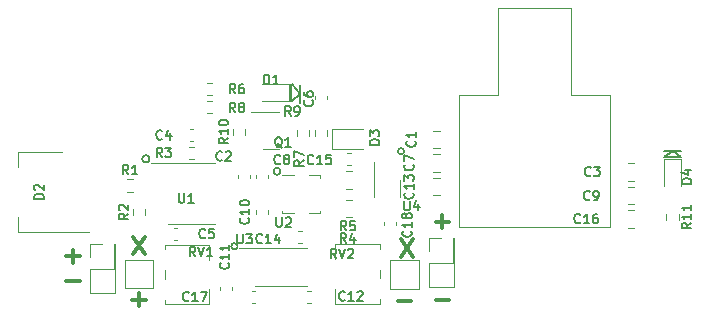
<source format=gto>
%TF.GenerationSoftware,KiCad,Pcbnew,(6.0.6)*%
%TF.CreationDate,2022-12-06T18:53:10+01:00*%
%TF.ProjectId,sa_amp,73615f61-6d70-42e6-9b69-6361645f7063,rev?*%
%TF.SameCoordinates,Original*%
%TF.FileFunction,Legend,Top*%
%TF.FilePolarity,Positive*%
%FSLAX46Y46*%
G04 Gerber Fmt 4.6, Leading zero omitted, Abs format (unit mm)*
G04 Created by KiCad (PCBNEW (6.0.6)) date 2022-12-06 18:53:10*
%MOMM*%
%LPD*%
G01*
G04 APERTURE LIST*
%ADD10C,0.150000*%
%ADD11C,0.375000*%
%ADD12C,0.200000*%
%ADD13C,0.120000*%
G04 APERTURE END LIST*
D10*
X157500000Y-106500000D02*
X158900000Y-106500000D01*
X158200000Y-106500000D02*
X157500000Y-107000000D01*
X158900000Y-107000000D02*
X158200000Y-106500000D01*
X157500000Y-107000000D02*
X158900000Y-107000000D01*
X125900000Y-100900000D02*
X125900000Y-102300000D01*
X125950000Y-102300000D02*
X126650000Y-101700000D01*
X126650000Y-102450000D02*
X126650000Y-100950000D01*
X113916228Y-107200000D02*
G75*
G03*
X113916228Y-107200000I-316228J0D01*
G01*
X121365530Y-114600000D02*
G75*
G03*
X121365530Y-114600000I-265530J0D01*
G01*
X135465530Y-106550000D02*
G75*
G03*
X135465530Y-106550000I-265530J0D01*
G01*
X126650000Y-101700000D02*
X125950000Y-100900000D01*
X125000000Y-108250000D02*
G75*
G03*
X125000000Y-108250000I-300000J0D01*
G01*
D11*
X112500000Y-113778571D02*
X113500000Y-115278571D01*
X113500000Y-113778571D02*
X112500000Y-115278571D01*
X106878571Y-115457142D02*
X108021428Y-115457142D01*
X107450000Y-116028571D02*
X107450000Y-114885714D01*
X138128571Y-119107142D02*
X139271428Y-119107142D01*
X138128571Y-112507142D02*
X139271428Y-112507142D01*
X138700000Y-113078571D02*
X138700000Y-111935714D01*
X112428571Y-119107142D02*
X113571428Y-119107142D01*
X113000000Y-119678571D02*
X113000000Y-118535714D01*
X135200000Y-113978571D02*
X136200000Y-115478571D01*
X136200000Y-113978571D02*
X135200000Y-115478571D01*
X106878571Y-117557142D02*
X108021428Y-117557142D01*
X134928571Y-119207142D02*
X136071428Y-119207142D01*
D12*
%TO.C,R11*%
X159761904Y-112614285D02*
X159380952Y-112880952D01*
X159761904Y-113071428D02*
X158961904Y-113071428D01*
X158961904Y-112766666D01*
X159000000Y-112690476D01*
X159038095Y-112652380D01*
X159114285Y-112614285D01*
X159228571Y-112614285D01*
X159304761Y-112652380D01*
X159342857Y-112690476D01*
X159380952Y-112766666D01*
X159380952Y-113071428D01*
X159761904Y-111852380D02*
X159761904Y-112309523D01*
X159761904Y-112080952D02*
X158961904Y-112080952D01*
X159076190Y-112157142D01*
X159152380Y-112233333D01*
X159190476Y-112309523D01*
X159761904Y-111090476D02*
X159761904Y-111547619D01*
X159761904Y-111319047D02*
X158961904Y-111319047D01*
X159076190Y-111395238D01*
X159152380Y-111471428D01*
X159190476Y-111547619D01*
%TO.C,D4*%
X159761904Y-109290476D02*
X158961904Y-109290476D01*
X158961904Y-109100000D01*
X159000000Y-108985714D01*
X159076190Y-108909523D01*
X159152380Y-108871428D01*
X159304761Y-108833333D01*
X159419047Y-108833333D01*
X159571428Y-108871428D01*
X159647619Y-108909523D01*
X159723809Y-108985714D01*
X159761904Y-109100000D01*
X159761904Y-109290476D01*
X159228571Y-108147619D02*
X159761904Y-108147619D01*
X158923809Y-108338095D02*
X159495238Y-108528571D01*
X159495238Y-108033333D01*
%TO.C,R1*%
X112116666Y-108511904D02*
X111850000Y-108130952D01*
X111659523Y-108511904D02*
X111659523Y-107711904D01*
X111964285Y-107711904D01*
X112040476Y-107750000D01*
X112078571Y-107788095D01*
X112116666Y-107864285D01*
X112116666Y-107978571D01*
X112078571Y-108054761D01*
X112040476Y-108092857D01*
X111964285Y-108130952D01*
X111659523Y-108130952D01*
X112878571Y-108511904D02*
X112421428Y-108511904D01*
X112650000Y-108511904D02*
X112650000Y-107711904D01*
X112573809Y-107826190D01*
X112497619Y-107902380D01*
X112421428Y-107940476D01*
%TO.C,R7*%
X126961904Y-107333333D02*
X126580952Y-107600000D01*
X126961904Y-107790476D02*
X126161904Y-107790476D01*
X126161904Y-107485714D01*
X126200000Y-107409523D01*
X126238095Y-107371428D01*
X126314285Y-107333333D01*
X126428571Y-107333333D01*
X126504761Y-107371428D01*
X126542857Y-107409523D01*
X126580952Y-107485714D01*
X126580952Y-107790476D01*
X126161904Y-107066666D02*
X126161904Y-106533333D01*
X126961904Y-106876190D01*
%TO.C,R9*%
X125866666Y-103561904D02*
X125600000Y-103180952D01*
X125409523Y-103561904D02*
X125409523Y-102761904D01*
X125714285Y-102761904D01*
X125790476Y-102800000D01*
X125828571Y-102838095D01*
X125866666Y-102914285D01*
X125866666Y-103028571D01*
X125828571Y-103104761D01*
X125790476Y-103142857D01*
X125714285Y-103180952D01*
X125409523Y-103180952D01*
X126247619Y-103561904D02*
X126400000Y-103561904D01*
X126476190Y-103523809D01*
X126514285Y-103485714D01*
X126590476Y-103371428D01*
X126628571Y-103219047D01*
X126628571Y-102914285D01*
X126590476Y-102838095D01*
X126552380Y-102800000D01*
X126476190Y-102761904D01*
X126323809Y-102761904D01*
X126247619Y-102800000D01*
X126209523Y-102838095D01*
X126171428Y-102914285D01*
X126171428Y-103104761D01*
X126209523Y-103180952D01*
X126247619Y-103219047D01*
X126323809Y-103257142D01*
X126476190Y-103257142D01*
X126552380Y-103219047D01*
X126590476Y-103180952D01*
X126628571Y-103104761D01*
%TO.C,C6*%
X127685714Y-102233333D02*
X127723809Y-102271428D01*
X127761904Y-102385714D01*
X127761904Y-102461904D01*
X127723809Y-102576190D01*
X127647619Y-102652380D01*
X127571428Y-102690476D01*
X127419047Y-102728571D01*
X127304761Y-102728571D01*
X127152380Y-102690476D01*
X127076190Y-102652380D01*
X127000000Y-102576190D01*
X126961904Y-102461904D01*
X126961904Y-102385714D01*
X127000000Y-102271428D01*
X127038095Y-102233333D01*
X126961904Y-101547619D02*
X126961904Y-101700000D01*
X127000000Y-101776190D01*
X127038095Y-101814285D01*
X127152380Y-101890476D01*
X127304761Y-101928571D01*
X127609523Y-101928571D01*
X127685714Y-101890476D01*
X127723809Y-101852380D01*
X127761904Y-101776190D01*
X127761904Y-101623809D01*
X127723809Y-101547619D01*
X127685714Y-101509523D01*
X127609523Y-101471428D01*
X127419047Y-101471428D01*
X127342857Y-101509523D01*
X127304761Y-101547619D01*
X127266666Y-101623809D01*
X127266666Y-101776190D01*
X127304761Y-101852380D01*
X127342857Y-101890476D01*
X127419047Y-101928571D01*
%TO.C,C3*%
X151266666Y-108585714D02*
X151228571Y-108623809D01*
X151114285Y-108661904D01*
X151038095Y-108661904D01*
X150923809Y-108623809D01*
X150847619Y-108547619D01*
X150809523Y-108471428D01*
X150771428Y-108319047D01*
X150771428Y-108204761D01*
X150809523Y-108052380D01*
X150847619Y-107976190D01*
X150923809Y-107900000D01*
X151038095Y-107861904D01*
X151114285Y-107861904D01*
X151228571Y-107900000D01*
X151266666Y-107938095D01*
X151533333Y-107861904D02*
X152028571Y-107861904D01*
X151761904Y-108166666D01*
X151876190Y-108166666D01*
X151952380Y-108204761D01*
X151990476Y-108242857D01*
X152028571Y-108319047D01*
X152028571Y-108509523D01*
X151990476Y-108585714D01*
X151952380Y-108623809D01*
X151876190Y-108661904D01*
X151647619Y-108661904D01*
X151571428Y-108623809D01*
X151533333Y-108585714D01*
%TO.C,RV1*%
X117773809Y-115461904D02*
X117507142Y-115080952D01*
X117316666Y-115461904D02*
X117316666Y-114661904D01*
X117621428Y-114661904D01*
X117697619Y-114700000D01*
X117735714Y-114738095D01*
X117773809Y-114814285D01*
X117773809Y-114928571D01*
X117735714Y-115004761D01*
X117697619Y-115042857D01*
X117621428Y-115080952D01*
X117316666Y-115080952D01*
X118002380Y-114661904D02*
X118269047Y-115461904D01*
X118535714Y-114661904D01*
X119221428Y-115461904D02*
X118764285Y-115461904D01*
X118992857Y-115461904D02*
X118992857Y-114661904D01*
X118916666Y-114776190D01*
X118840476Y-114852380D01*
X118764285Y-114890476D01*
%TO.C,C15*%
X127785714Y-107585714D02*
X127747619Y-107623809D01*
X127633333Y-107661904D01*
X127557142Y-107661904D01*
X127442857Y-107623809D01*
X127366666Y-107547619D01*
X127328571Y-107471428D01*
X127290476Y-107319047D01*
X127290476Y-107204761D01*
X127328571Y-107052380D01*
X127366666Y-106976190D01*
X127442857Y-106900000D01*
X127557142Y-106861904D01*
X127633333Y-106861904D01*
X127747619Y-106900000D01*
X127785714Y-106938095D01*
X128547619Y-107661904D02*
X128090476Y-107661904D01*
X128319047Y-107661904D02*
X128319047Y-106861904D01*
X128242857Y-106976190D01*
X128166666Y-107052380D01*
X128090476Y-107090476D01*
X129271428Y-106861904D02*
X128890476Y-106861904D01*
X128852380Y-107242857D01*
X128890476Y-107204761D01*
X128966666Y-107166666D01*
X129157142Y-107166666D01*
X129233333Y-107204761D01*
X129271428Y-107242857D01*
X129309523Y-107319047D01*
X129309523Y-107509523D01*
X129271428Y-107585714D01*
X129233333Y-107623809D01*
X129157142Y-107661904D01*
X128966666Y-107661904D01*
X128890476Y-107623809D01*
X128852380Y-107585714D01*
%TO.C,C12*%
X130435714Y-119135714D02*
X130397619Y-119173809D01*
X130283333Y-119211904D01*
X130207142Y-119211904D01*
X130092857Y-119173809D01*
X130016666Y-119097619D01*
X129978571Y-119021428D01*
X129940476Y-118869047D01*
X129940476Y-118754761D01*
X129978571Y-118602380D01*
X130016666Y-118526190D01*
X130092857Y-118450000D01*
X130207142Y-118411904D01*
X130283333Y-118411904D01*
X130397619Y-118450000D01*
X130435714Y-118488095D01*
X131197619Y-119211904D02*
X130740476Y-119211904D01*
X130969047Y-119211904D02*
X130969047Y-118411904D01*
X130892857Y-118526190D01*
X130816666Y-118602380D01*
X130740476Y-118640476D01*
X131502380Y-118488095D02*
X131540476Y-118450000D01*
X131616666Y-118411904D01*
X131807142Y-118411904D01*
X131883333Y-118450000D01*
X131921428Y-118488095D01*
X131959523Y-118564285D01*
X131959523Y-118640476D01*
X131921428Y-118754761D01*
X131464285Y-119211904D01*
X131959523Y-119211904D01*
%TO.C,D2*%
X104961904Y-110590476D02*
X104161904Y-110590476D01*
X104161904Y-110400000D01*
X104200000Y-110285714D01*
X104276190Y-110209523D01*
X104352380Y-110171428D01*
X104504761Y-110133333D01*
X104619047Y-110133333D01*
X104771428Y-110171428D01*
X104847619Y-110209523D01*
X104923809Y-110285714D01*
X104961904Y-110400000D01*
X104961904Y-110590476D01*
X104238095Y-109828571D02*
X104200000Y-109790476D01*
X104161904Y-109714285D01*
X104161904Y-109523809D01*
X104200000Y-109447619D01*
X104238095Y-109409523D01*
X104314285Y-109371428D01*
X104390476Y-109371428D01*
X104504761Y-109409523D01*
X104961904Y-109866666D01*
X104961904Y-109371428D01*
%TO.C,C2*%
X120066666Y-107285714D02*
X120028571Y-107323809D01*
X119914285Y-107361904D01*
X119838095Y-107361904D01*
X119723809Y-107323809D01*
X119647619Y-107247619D01*
X119609523Y-107171428D01*
X119571428Y-107019047D01*
X119571428Y-106904761D01*
X119609523Y-106752380D01*
X119647619Y-106676190D01*
X119723809Y-106600000D01*
X119838095Y-106561904D01*
X119914285Y-106561904D01*
X120028571Y-106600000D01*
X120066666Y-106638095D01*
X120371428Y-106638095D02*
X120409523Y-106600000D01*
X120485714Y-106561904D01*
X120676190Y-106561904D01*
X120752380Y-106600000D01*
X120790476Y-106638095D01*
X120828571Y-106714285D01*
X120828571Y-106790476D01*
X120790476Y-106904761D01*
X120333333Y-107361904D01*
X120828571Y-107361904D01*
%TO.C,C17*%
X117235714Y-119185714D02*
X117197619Y-119223809D01*
X117083333Y-119261904D01*
X117007142Y-119261904D01*
X116892857Y-119223809D01*
X116816666Y-119147619D01*
X116778571Y-119071428D01*
X116740476Y-118919047D01*
X116740476Y-118804761D01*
X116778571Y-118652380D01*
X116816666Y-118576190D01*
X116892857Y-118500000D01*
X117007142Y-118461904D01*
X117083333Y-118461904D01*
X117197619Y-118500000D01*
X117235714Y-118538095D01*
X117997619Y-119261904D02*
X117540476Y-119261904D01*
X117769047Y-119261904D02*
X117769047Y-118461904D01*
X117692857Y-118576190D01*
X117616666Y-118652380D01*
X117540476Y-118690476D01*
X118264285Y-118461904D02*
X118797619Y-118461904D01*
X118454761Y-119261904D01*
%TO.C,R4*%
X130566666Y-114311904D02*
X130300000Y-113930952D01*
X130109523Y-114311904D02*
X130109523Y-113511904D01*
X130414285Y-113511904D01*
X130490476Y-113550000D01*
X130528571Y-113588095D01*
X130566666Y-113664285D01*
X130566666Y-113778571D01*
X130528571Y-113854761D01*
X130490476Y-113892857D01*
X130414285Y-113930952D01*
X130109523Y-113930952D01*
X131252380Y-113778571D02*
X131252380Y-114311904D01*
X131061904Y-113473809D02*
X130871428Y-114045238D01*
X131366666Y-114045238D01*
%TO.C,D3*%
X133361904Y-105990476D02*
X132561904Y-105990476D01*
X132561904Y-105800000D01*
X132600000Y-105685714D01*
X132676190Y-105609523D01*
X132752380Y-105571428D01*
X132904761Y-105533333D01*
X133019047Y-105533333D01*
X133171428Y-105571428D01*
X133247619Y-105609523D01*
X133323809Y-105685714D01*
X133361904Y-105800000D01*
X133361904Y-105990476D01*
X132561904Y-105266666D02*
X132561904Y-104771428D01*
X132866666Y-105038095D01*
X132866666Y-104923809D01*
X132904761Y-104847619D01*
X132942857Y-104809523D01*
X133019047Y-104771428D01*
X133209523Y-104771428D01*
X133285714Y-104809523D01*
X133323809Y-104847619D01*
X133361904Y-104923809D01*
X133361904Y-105152380D01*
X133323809Y-105228571D01*
X133285714Y-105266666D01*
%TO.C,C13*%
X136185714Y-110064285D02*
X136223809Y-110102380D01*
X136261904Y-110216666D01*
X136261904Y-110292857D01*
X136223809Y-110407142D01*
X136147619Y-110483333D01*
X136071428Y-110521428D01*
X135919047Y-110559523D01*
X135804761Y-110559523D01*
X135652380Y-110521428D01*
X135576190Y-110483333D01*
X135500000Y-110407142D01*
X135461904Y-110292857D01*
X135461904Y-110216666D01*
X135500000Y-110102380D01*
X135538095Y-110064285D01*
X136261904Y-109302380D02*
X136261904Y-109759523D01*
X136261904Y-109530952D02*
X135461904Y-109530952D01*
X135576190Y-109607142D01*
X135652380Y-109683333D01*
X135690476Y-109759523D01*
X135461904Y-109035714D02*
X135461904Y-108540476D01*
X135766666Y-108807142D01*
X135766666Y-108692857D01*
X135804761Y-108616666D01*
X135842857Y-108578571D01*
X135919047Y-108540476D01*
X136109523Y-108540476D01*
X136185714Y-108578571D01*
X136223809Y-108616666D01*
X136261904Y-108692857D01*
X136261904Y-108921428D01*
X136223809Y-108997619D01*
X136185714Y-109035714D01*
%TO.C,R6*%
X121166666Y-101661904D02*
X120900000Y-101280952D01*
X120709523Y-101661904D02*
X120709523Y-100861904D01*
X121014285Y-100861904D01*
X121090476Y-100900000D01*
X121128571Y-100938095D01*
X121166666Y-101014285D01*
X121166666Y-101128571D01*
X121128571Y-101204761D01*
X121090476Y-101242857D01*
X121014285Y-101280952D01*
X120709523Y-101280952D01*
X121852380Y-100861904D02*
X121700000Y-100861904D01*
X121623809Y-100900000D01*
X121585714Y-100938095D01*
X121509523Y-101052380D01*
X121471428Y-101204761D01*
X121471428Y-101509523D01*
X121509523Y-101585714D01*
X121547619Y-101623809D01*
X121623809Y-101661904D01*
X121776190Y-101661904D01*
X121852380Y-101623809D01*
X121890476Y-101585714D01*
X121928571Y-101509523D01*
X121928571Y-101319047D01*
X121890476Y-101242857D01*
X121852380Y-101204761D01*
X121776190Y-101166666D01*
X121623809Y-101166666D01*
X121547619Y-101204761D01*
X121509523Y-101242857D01*
X121471428Y-101319047D01*
%TO.C,RV2*%
X129723809Y-115611904D02*
X129457142Y-115230952D01*
X129266666Y-115611904D02*
X129266666Y-114811904D01*
X129571428Y-114811904D01*
X129647619Y-114850000D01*
X129685714Y-114888095D01*
X129723809Y-114964285D01*
X129723809Y-115078571D01*
X129685714Y-115154761D01*
X129647619Y-115192857D01*
X129571428Y-115230952D01*
X129266666Y-115230952D01*
X129952380Y-114811904D02*
X130219047Y-115611904D01*
X130485714Y-114811904D01*
X130714285Y-114888095D02*
X130752380Y-114850000D01*
X130828571Y-114811904D01*
X131019047Y-114811904D01*
X131095238Y-114850000D01*
X131133333Y-114888095D01*
X131171428Y-114964285D01*
X131171428Y-115040476D01*
X131133333Y-115154761D01*
X130676190Y-115611904D01*
X131171428Y-115611904D01*
%TO.C,D1*%
X123609523Y-100861904D02*
X123609523Y-100061904D01*
X123800000Y-100061904D01*
X123914285Y-100100000D01*
X123990476Y-100176190D01*
X124028571Y-100252380D01*
X124066666Y-100404761D01*
X124066666Y-100519047D01*
X124028571Y-100671428D01*
X123990476Y-100747619D01*
X123914285Y-100823809D01*
X123800000Y-100861904D01*
X123609523Y-100861904D01*
X124828571Y-100861904D02*
X124371428Y-100861904D01*
X124600000Y-100861904D02*
X124600000Y-100061904D01*
X124523809Y-100176190D01*
X124447619Y-100252380D01*
X124371428Y-100290476D01*
%TO.C,C10*%
X122285714Y-112214285D02*
X122323809Y-112252380D01*
X122361904Y-112366666D01*
X122361904Y-112442857D01*
X122323809Y-112557142D01*
X122247619Y-112633333D01*
X122171428Y-112671428D01*
X122019047Y-112709523D01*
X121904761Y-112709523D01*
X121752380Y-112671428D01*
X121676190Y-112633333D01*
X121600000Y-112557142D01*
X121561904Y-112442857D01*
X121561904Y-112366666D01*
X121600000Y-112252380D01*
X121638095Y-112214285D01*
X122361904Y-111452380D02*
X122361904Y-111909523D01*
X122361904Y-111680952D02*
X121561904Y-111680952D01*
X121676190Y-111757142D01*
X121752380Y-111833333D01*
X121790476Y-111909523D01*
X121561904Y-110957142D02*
X121561904Y-110880952D01*
X121600000Y-110804761D01*
X121638095Y-110766666D01*
X121714285Y-110728571D01*
X121866666Y-110690476D01*
X122057142Y-110690476D01*
X122209523Y-110728571D01*
X122285714Y-110766666D01*
X122323809Y-110804761D01*
X122361904Y-110880952D01*
X122361904Y-110957142D01*
X122323809Y-111033333D01*
X122285714Y-111071428D01*
X122209523Y-111109523D01*
X122057142Y-111147619D01*
X121866666Y-111147619D01*
X121714285Y-111109523D01*
X121638095Y-111071428D01*
X121600000Y-111033333D01*
X121561904Y-110957142D01*
%TO.C,U1*%
X116390476Y-110111904D02*
X116390476Y-110759523D01*
X116428571Y-110835714D01*
X116466666Y-110873809D01*
X116542857Y-110911904D01*
X116695238Y-110911904D01*
X116771428Y-110873809D01*
X116809523Y-110835714D01*
X116847619Y-110759523D01*
X116847619Y-110111904D01*
X117647619Y-110911904D02*
X117190476Y-110911904D01*
X117419047Y-110911904D02*
X117419047Y-110111904D01*
X117342857Y-110226190D01*
X117266666Y-110302380D01*
X117190476Y-110340476D01*
%TO.C,C11*%
X120585714Y-116014285D02*
X120623809Y-116052380D01*
X120661904Y-116166666D01*
X120661904Y-116242857D01*
X120623809Y-116357142D01*
X120547619Y-116433333D01*
X120471428Y-116471428D01*
X120319047Y-116509523D01*
X120204761Y-116509523D01*
X120052380Y-116471428D01*
X119976190Y-116433333D01*
X119900000Y-116357142D01*
X119861904Y-116242857D01*
X119861904Y-116166666D01*
X119900000Y-116052380D01*
X119938095Y-116014285D01*
X120661904Y-115252380D02*
X120661904Y-115709523D01*
X120661904Y-115480952D02*
X119861904Y-115480952D01*
X119976190Y-115557142D01*
X120052380Y-115633333D01*
X120090476Y-115709523D01*
X120661904Y-114490476D02*
X120661904Y-114947619D01*
X120661904Y-114719047D02*
X119861904Y-114719047D01*
X119976190Y-114795238D01*
X120052380Y-114871428D01*
X120090476Y-114947619D01*
%TO.C,C4*%
X114979166Y-105485714D02*
X114941071Y-105523809D01*
X114826785Y-105561904D01*
X114750595Y-105561904D01*
X114636309Y-105523809D01*
X114560119Y-105447619D01*
X114522023Y-105371428D01*
X114483928Y-105219047D01*
X114483928Y-105104761D01*
X114522023Y-104952380D01*
X114560119Y-104876190D01*
X114636309Y-104800000D01*
X114750595Y-104761904D01*
X114826785Y-104761904D01*
X114941071Y-104800000D01*
X114979166Y-104838095D01*
X115664880Y-105028571D02*
X115664880Y-105561904D01*
X115474404Y-104723809D02*
X115283928Y-105295238D01*
X115779166Y-105295238D01*
%TO.C,R10*%
X120561904Y-105414285D02*
X120180952Y-105680952D01*
X120561904Y-105871428D02*
X119761904Y-105871428D01*
X119761904Y-105566666D01*
X119800000Y-105490476D01*
X119838095Y-105452380D01*
X119914285Y-105414285D01*
X120028571Y-105414285D01*
X120104761Y-105452380D01*
X120142857Y-105490476D01*
X120180952Y-105566666D01*
X120180952Y-105871428D01*
X120561904Y-104652380D02*
X120561904Y-105109523D01*
X120561904Y-104880952D02*
X119761904Y-104880952D01*
X119876190Y-104957142D01*
X119952380Y-105033333D01*
X119990476Y-105109523D01*
X119761904Y-104157142D02*
X119761904Y-104080952D01*
X119800000Y-104004761D01*
X119838095Y-103966666D01*
X119914285Y-103928571D01*
X120066666Y-103890476D01*
X120257142Y-103890476D01*
X120409523Y-103928571D01*
X120485714Y-103966666D01*
X120523809Y-104004761D01*
X120561904Y-104080952D01*
X120561904Y-104157142D01*
X120523809Y-104233333D01*
X120485714Y-104271428D01*
X120409523Y-104309523D01*
X120257142Y-104347619D01*
X120066666Y-104347619D01*
X119914285Y-104309523D01*
X119838095Y-104271428D01*
X119800000Y-104233333D01*
X119761904Y-104157142D01*
%TO.C,C5*%
X118616666Y-113835714D02*
X118578571Y-113873809D01*
X118464285Y-113911904D01*
X118388095Y-113911904D01*
X118273809Y-113873809D01*
X118197619Y-113797619D01*
X118159523Y-113721428D01*
X118121428Y-113569047D01*
X118121428Y-113454761D01*
X118159523Y-113302380D01*
X118197619Y-113226190D01*
X118273809Y-113150000D01*
X118388095Y-113111904D01*
X118464285Y-113111904D01*
X118578571Y-113150000D01*
X118616666Y-113188095D01*
X119340476Y-113111904D02*
X118959523Y-113111904D01*
X118921428Y-113492857D01*
X118959523Y-113454761D01*
X119035714Y-113416666D01*
X119226190Y-113416666D01*
X119302380Y-113454761D01*
X119340476Y-113492857D01*
X119378571Y-113569047D01*
X119378571Y-113759523D01*
X119340476Y-113835714D01*
X119302380Y-113873809D01*
X119226190Y-113911904D01*
X119035714Y-113911904D01*
X118959523Y-113873809D01*
X118921428Y-113835714D01*
%TO.C,C1*%
X136385714Y-105683333D02*
X136423809Y-105721428D01*
X136461904Y-105835714D01*
X136461904Y-105911904D01*
X136423809Y-106026190D01*
X136347619Y-106102380D01*
X136271428Y-106140476D01*
X136119047Y-106178571D01*
X136004761Y-106178571D01*
X135852380Y-106140476D01*
X135776190Y-106102380D01*
X135700000Y-106026190D01*
X135661904Y-105911904D01*
X135661904Y-105835714D01*
X135700000Y-105721428D01*
X135738095Y-105683333D01*
X136461904Y-104921428D02*
X136461904Y-105378571D01*
X136461904Y-105150000D02*
X135661904Y-105150000D01*
X135776190Y-105226190D01*
X135852380Y-105302380D01*
X135890476Y-105378571D01*
%TO.C,C18*%
X136035714Y-113314285D02*
X136073809Y-113352380D01*
X136111904Y-113466666D01*
X136111904Y-113542857D01*
X136073809Y-113657142D01*
X135997619Y-113733333D01*
X135921428Y-113771428D01*
X135769047Y-113809523D01*
X135654761Y-113809523D01*
X135502380Y-113771428D01*
X135426190Y-113733333D01*
X135350000Y-113657142D01*
X135311904Y-113542857D01*
X135311904Y-113466666D01*
X135350000Y-113352380D01*
X135388095Y-113314285D01*
X136111904Y-112552380D02*
X136111904Y-113009523D01*
X136111904Y-112780952D02*
X135311904Y-112780952D01*
X135426190Y-112857142D01*
X135502380Y-112933333D01*
X135540476Y-113009523D01*
X135654761Y-112095238D02*
X135616666Y-112171428D01*
X135578571Y-112209523D01*
X135502380Y-112247619D01*
X135464285Y-112247619D01*
X135388095Y-112209523D01*
X135350000Y-112171428D01*
X135311904Y-112095238D01*
X135311904Y-111942857D01*
X135350000Y-111866666D01*
X135388095Y-111828571D01*
X135464285Y-111790476D01*
X135502380Y-111790476D01*
X135578571Y-111828571D01*
X135616666Y-111866666D01*
X135654761Y-111942857D01*
X135654761Y-112095238D01*
X135692857Y-112171428D01*
X135730952Y-112209523D01*
X135807142Y-112247619D01*
X135959523Y-112247619D01*
X136035714Y-112209523D01*
X136073809Y-112171428D01*
X136111904Y-112095238D01*
X136111904Y-111942857D01*
X136073809Y-111866666D01*
X136035714Y-111828571D01*
X135959523Y-111790476D01*
X135807142Y-111790476D01*
X135730952Y-111828571D01*
X135692857Y-111866666D01*
X135654761Y-111942857D01*
%TO.C,U2*%
X124640476Y-112161904D02*
X124640476Y-112809523D01*
X124678571Y-112885714D01*
X124716666Y-112923809D01*
X124792857Y-112961904D01*
X124945238Y-112961904D01*
X125021428Y-112923809D01*
X125059523Y-112885714D01*
X125097619Y-112809523D01*
X125097619Y-112161904D01*
X125440476Y-112238095D02*
X125478571Y-112200000D01*
X125554761Y-112161904D01*
X125745238Y-112161904D01*
X125821428Y-112200000D01*
X125859523Y-112238095D01*
X125897619Y-112314285D01*
X125897619Y-112390476D01*
X125859523Y-112504761D01*
X125402380Y-112961904D01*
X125897619Y-112961904D01*
%TO.C,U4*%
X135490476Y-110761904D02*
X135490476Y-111409523D01*
X135528571Y-111485714D01*
X135566666Y-111523809D01*
X135642857Y-111561904D01*
X135795238Y-111561904D01*
X135871428Y-111523809D01*
X135909523Y-111485714D01*
X135947619Y-111409523D01*
X135947619Y-110761904D01*
X136671428Y-111028571D02*
X136671428Y-111561904D01*
X136480952Y-110723809D02*
X136290476Y-111295238D01*
X136785714Y-111295238D01*
%TO.C,C9*%
X151166666Y-110635714D02*
X151128571Y-110673809D01*
X151014285Y-110711904D01*
X150938095Y-110711904D01*
X150823809Y-110673809D01*
X150747619Y-110597619D01*
X150709523Y-110521428D01*
X150671428Y-110369047D01*
X150671428Y-110254761D01*
X150709523Y-110102380D01*
X150747619Y-110026190D01*
X150823809Y-109950000D01*
X150938095Y-109911904D01*
X151014285Y-109911904D01*
X151128571Y-109950000D01*
X151166666Y-109988095D01*
X151547619Y-110711904D02*
X151700000Y-110711904D01*
X151776190Y-110673809D01*
X151814285Y-110635714D01*
X151890476Y-110521428D01*
X151928571Y-110369047D01*
X151928571Y-110064285D01*
X151890476Y-109988095D01*
X151852380Y-109950000D01*
X151776190Y-109911904D01*
X151623809Y-109911904D01*
X151547619Y-109950000D01*
X151509523Y-109988095D01*
X151471428Y-110064285D01*
X151471428Y-110254761D01*
X151509523Y-110330952D01*
X151547619Y-110369047D01*
X151623809Y-110407142D01*
X151776190Y-110407142D01*
X151852380Y-110369047D01*
X151890476Y-110330952D01*
X151928571Y-110254761D01*
%TO.C,Q1*%
X125123809Y-106238095D02*
X125047619Y-106200000D01*
X124971428Y-106123809D01*
X124857142Y-106009523D01*
X124780952Y-105971428D01*
X124704761Y-105971428D01*
X124742857Y-106161904D02*
X124666666Y-106123809D01*
X124590476Y-106047619D01*
X124552380Y-105895238D01*
X124552380Y-105628571D01*
X124590476Y-105476190D01*
X124666666Y-105400000D01*
X124742857Y-105361904D01*
X124895238Y-105361904D01*
X124971428Y-105400000D01*
X125047619Y-105476190D01*
X125085714Y-105628571D01*
X125085714Y-105895238D01*
X125047619Y-106047619D01*
X124971428Y-106123809D01*
X124895238Y-106161904D01*
X124742857Y-106161904D01*
X125847619Y-106161904D02*
X125390476Y-106161904D01*
X125619047Y-106161904D02*
X125619047Y-105361904D01*
X125542857Y-105476190D01*
X125466666Y-105552380D01*
X125390476Y-105590476D01*
%TO.C,C8*%
X124966666Y-107585714D02*
X124928571Y-107623809D01*
X124814285Y-107661904D01*
X124738095Y-107661904D01*
X124623809Y-107623809D01*
X124547619Y-107547619D01*
X124509523Y-107471428D01*
X124471428Y-107319047D01*
X124471428Y-107204761D01*
X124509523Y-107052380D01*
X124547619Y-106976190D01*
X124623809Y-106900000D01*
X124738095Y-106861904D01*
X124814285Y-106861904D01*
X124928571Y-106900000D01*
X124966666Y-106938095D01*
X125423809Y-107204761D02*
X125347619Y-107166666D01*
X125309523Y-107128571D01*
X125271428Y-107052380D01*
X125271428Y-107014285D01*
X125309523Y-106938095D01*
X125347619Y-106900000D01*
X125423809Y-106861904D01*
X125576190Y-106861904D01*
X125652380Y-106900000D01*
X125690476Y-106938095D01*
X125728571Y-107014285D01*
X125728571Y-107052380D01*
X125690476Y-107128571D01*
X125652380Y-107166666D01*
X125576190Y-107204761D01*
X125423809Y-107204761D01*
X125347619Y-107242857D01*
X125309523Y-107280952D01*
X125271428Y-107357142D01*
X125271428Y-107509523D01*
X125309523Y-107585714D01*
X125347619Y-107623809D01*
X125423809Y-107661904D01*
X125576190Y-107661904D01*
X125652380Y-107623809D01*
X125690476Y-107585714D01*
X125728571Y-107509523D01*
X125728571Y-107357142D01*
X125690476Y-107280952D01*
X125652380Y-107242857D01*
X125576190Y-107204761D01*
%TO.C,C14*%
X123435714Y-114285714D02*
X123397619Y-114323809D01*
X123283333Y-114361904D01*
X123207142Y-114361904D01*
X123092857Y-114323809D01*
X123016666Y-114247619D01*
X122978571Y-114171428D01*
X122940476Y-114019047D01*
X122940476Y-113904761D01*
X122978571Y-113752380D01*
X123016666Y-113676190D01*
X123092857Y-113600000D01*
X123207142Y-113561904D01*
X123283333Y-113561904D01*
X123397619Y-113600000D01*
X123435714Y-113638095D01*
X124197619Y-114361904D02*
X123740476Y-114361904D01*
X123969047Y-114361904D02*
X123969047Y-113561904D01*
X123892857Y-113676190D01*
X123816666Y-113752380D01*
X123740476Y-113790476D01*
X124883333Y-113828571D02*
X124883333Y-114361904D01*
X124692857Y-113523809D02*
X124502380Y-114095238D01*
X124997619Y-114095238D01*
%TO.C,C7*%
X136185714Y-107683333D02*
X136223809Y-107721428D01*
X136261904Y-107835714D01*
X136261904Y-107911904D01*
X136223809Y-108026190D01*
X136147619Y-108102380D01*
X136071428Y-108140476D01*
X135919047Y-108178571D01*
X135804761Y-108178571D01*
X135652380Y-108140476D01*
X135576190Y-108102380D01*
X135500000Y-108026190D01*
X135461904Y-107911904D01*
X135461904Y-107835714D01*
X135500000Y-107721428D01*
X135538095Y-107683333D01*
X135461904Y-107416666D02*
X135461904Y-106883333D01*
X136261904Y-107226190D01*
%TO.C,R8*%
X121166666Y-103261904D02*
X120900000Y-102880952D01*
X120709523Y-103261904D02*
X120709523Y-102461904D01*
X121014285Y-102461904D01*
X121090476Y-102500000D01*
X121128571Y-102538095D01*
X121166666Y-102614285D01*
X121166666Y-102728571D01*
X121128571Y-102804761D01*
X121090476Y-102842857D01*
X121014285Y-102880952D01*
X120709523Y-102880952D01*
X121623809Y-102804761D02*
X121547619Y-102766666D01*
X121509523Y-102728571D01*
X121471428Y-102652380D01*
X121471428Y-102614285D01*
X121509523Y-102538095D01*
X121547619Y-102500000D01*
X121623809Y-102461904D01*
X121776190Y-102461904D01*
X121852380Y-102500000D01*
X121890476Y-102538095D01*
X121928571Y-102614285D01*
X121928571Y-102652380D01*
X121890476Y-102728571D01*
X121852380Y-102766666D01*
X121776190Y-102804761D01*
X121623809Y-102804761D01*
X121547619Y-102842857D01*
X121509523Y-102880952D01*
X121471428Y-102957142D01*
X121471428Y-103109523D01*
X121509523Y-103185714D01*
X121547619Y-103223809D01*
X121623809Y-103261904D01*
X121776190Y-103261904D01*
X121852380Y-103223809D01*
X121890476Y-103185714D01*
X121928571Y-103109523D01*
X121928571Y-102957142D01*
X121890476Y-102880952D01*
X121852380Y-102842857D01*
X121776190Y-102804761D01*
%TO.C,R2*%
X112124404Y-111833333D02*
X111743452Y-112100000D01*
X112124404Y-112290476D02*
X111324404Y-112290476D01*
X111324404Y-111985714D01*
X111362500Y-111909523D01*
X111400595Y-111871428D01*
X111476785Y-111833333D01*
X111591071Y-111833333D01*
X111667261Y-111871428D01*
X111705357Y-111909523D01*
X111743452Y-111985714D01*
X111743452Y-112290476D01*
X111400595Y-111528571D02*
X111362500Y-111490476D01*
X111324404Y-111414285D01*
X111324404Y-111223809D01*
X111362500Y-111147619D01*
X111400595Y-111109523D01*
X111476785Y-111071428D01*
X111552976Y-111071428D01*
X111667261Y-111109523D01*
X112124404Y-111566666D01*
X112124404Y-111071428D01*
%TO.C,C16*%
X150385714Y-112585714D02*
X150347619Y-112623809D01*
X150233333Y-112661904D01*
X150157142Y-112661904D01*
X150042857Y-112623809D01*
X149966666Y-112547619D01*
X149928571Y-112471428D01*
X149890476Y-112319047D01*
X149890476Y-112204761D01*
X149928571Y-112052380D01*
X149966666Y-111976190D01*
X150042857Y-111900000D01*
X150157142Y-111861904D01*
X150233333Y-111861904D01*
X150347619Y-111900000D01*
X150385714Y-111938095D01*
X151147619Y-112661904D02*
X150690476Y-112661904D01*
X150919047Y-112661904D02*
X150919047Y-111861904D01*
X150842857Y-111976190D01*
X150766666Y-112052380D01*
X150690476Y-112090476D01*
X151833333Y-111861904D02*
X151680952Y-111861904D01*
X151604761Y-111900000D01*
X151566666Y-111938095D01*
X151490476Y-112052380D01*
X151452380Y-112204761D01*
X151452380Y-112509523D01*
X151490476Y-112585714D01*
X151528571Y-112623809D01*
X151604761Y-112661904D01*
X151757142Y-112661904D01*
X151833333Y-112623809D01*
X151871428Y-112585714D01*
X151909523Y-112509523D01*
X151909523Y-112319047D01*
X151871428Y-112242857D01*
X151833333Y-112204761D01*
X151757142Y-112166666D01*
X151604761Y-112166666D01*
X151528571Y-112204761D01*
X151490476Y-112242857D01*
X151452380Y-112319047D01*
%TO.C,U3*%
X121340476Y-113561904D02*
X121340476Y-114209523D01*
X121378571Y-114285714D01*
X121416666Y-114323809D01*
X121492857Y-114361904D01*
X121645238Y-114361904D01*
X121721428Y-114323809D01*
X121759523Y-114285714D01*
X121797619Y-114209523D01*
X121797619Y-113561904D01*
X122102380Y-113561904D02*
X122597619Y-113561904D01*
X122330952Y-113866666D01*
X122445238Y-113866666D01*
X122521428Y-113904761D01*
X122559523Y-113942857D01*
X122597619Y-114019047D01*
X122597619Y-114209523D01*
X122559523Y-114285714D01*
X122521428Y-114323809D01*
X122445238Y-114361904D01*
X122216666Y-114361904D01*
X122140476Y-114323809D01*
X122102380Y-114285714D01*
%TO.C,R5*%
X130566666Y-113261904D02*
X130300000Y-112880952D01*
X130109523Y-113261904D02*
X130109523Y-112461904D01*
X130414285Y-112461904D01*
X130490476Y-112500000D01*
X130528571Y-112538095D01*
X130566666Y-112614285D01*
X130566666Y-112728571D01*
X130528571Y-112804761D01*
X130490476Y-112842857D01*
X130414285Y-112880952D01*
X130109523Y-112880952D01*
X131290476Y-112461904D02*
X130909523Y-112461904D01*
X130871428Y-112842857D01*
X130909523Y-112804761D01*
X130985714Y-112766666D01*
X131176190Y-112766666D01*
X131252380Y-112804761D01*
X131290476Y-112842857D01*
X131328571Y-112919047D01*
X131328571Y-113109523D01*
X131290476Y-113185714D01*
X131252380Y-113223809D01*
X131176190Y-113261904D01*
X130985714Y-113261904D01*
X130909523Y-113223809D01*
X130871428Y-113185714D01*
%TO.C,R3*%
X114979166Y-107061904D02*
X114712500Y-106680952D01*
X114522023Y-107061904D02*
X114522023Y-106261904D01*
X114826785Y-106261904D01*
X114902976Y-106300000D01*
X114941071Y-106338095D01*
X114979166Y-106414285D01*
X114979166Y-106528571D01*
X114941071Y-106604761D01*
X114902976Y-106642857D01*
X114826785Y-106680952D01*
X114522023Y-106680952D01*
X115245833Y-106261904D02*
X115741071Y-106261904D01*
X115474404Y-106566666D01*
X115588690Y-106566666D01*
X115664880Y-106604761D01*
X115702976Y-106642857D01*
X115741071Y-106719047D01*
X115741071Y-106909523D01*
X115702976Y-106985714D01*
X115664880Y-107023809D01*
X115588690Y-107061904D01*
X115360119Y-107061904D01*
X115283928Y-107023809D01*
X115245833Y-106985714D01*
D13*
%TO.C,R11*%
X157677500Y-111862742D02*
X157677500Y-112337258D01*
X158722500Y-111862742D02*
X158722500Y-112337258D01*
%TO.C,D4*%
X157465000Y-107215000D02*
X157465000Y-109500000D01*
X158935000Y-107215000D02*
X157465000Y-107215000D01*
X158935000Y-109500000D02*
X158935000Y-107215000D01*
%TO.C,R1*%
X112025242Y-108927500D02*
X112499758Y-108927500D01*
X112025242Y-109972500D02*
X112499758Y-109972500D01*
%TO.C,R7*%
X128922500Y-105237258D02*
X128922500Y-104762742D01*
X127877500Y-105237258D02*
X127877500Y-104762742D01*
%TO.C,R9*%
X127422500Y-104762742D02*
X127422500Y-105237258D01*
X126377500Y-104762742D02*
X126377500Y-105237258D01*
%TO.C,C6*%
X128910000Y-102140580D02*
X128910000Y-101859420D01*
X127890000Y-102140580D02*
X127890000Y-101859420D01*
%TO.C,C3*%
X154961252Y-109035000D02*
X154438748Y-109035000D01*
X154961252Y-107565000D02*
X154438748Y-107565000D01*
%TO.C,RV1*%
X115242500Y-119520000D02*
X118982500Y-119520000D01*
X115242500Y-114480000D02*
X118982500Y-114480000D01*
X118982500Y-115760000D02*
X118982500Y-114480000D01*
X115242500Y-119520000D02*
X115242500Y-119140000D01*
X118982500Y-119520000D02*
X118982500Y-118240000D01*
X115242500Y-114860000D02*
X115242500Y-114480000D01*
X115242500Y-117360000D02*
X115242500Y-116640000D01*
%TO.C,C15*%
X130940580Y-106740000D02*
X130659420Y-106740000D01*
X130940580Y-107760000D02*
X130659420Y-107760000D01*
%TO.C,C12*%
X127271920Y-119410000D02*
X127553080Y-119410000D01*
X127271920Y-118390000D02*
X127553080Y-118390000D01*
%TO.C,D2*%
X102740000Y-113410000D02*
X102740000Y-112150000D01*
X106500000Y-106590000D02*
X102740000Y-106590000D01*
X102740000Y-106590000D02*
X102740000Y-107850000D01*
X108750000Y-113410000D02*
X102740000Y-113410000D01*
%TO.C,C2*%
X122422500Y-108840580D02*
X122422500Y-108559420D01*
X121402500Y-108840580D02*
X121402500Y-108559420D01*
%TO.C,C17*%
X122853080Y-119410000D02*
X122571920Y-119410000D01*
X122853080Y-118390000D02*
X122571920Y-118390000D01*
%TO.C,BT1*%
X137540000Y-116000000D02*
X139600000Y-116000000D01*
X139600000Y-113940000D02*
X139660000Y-113940000D01*
X137540000Y-113940000D02*
X138600000Y-113940000D01*
X137540000Y-118060000D02*
X139660000Y-118060000D01*
X139600000Y-116000000D02*
X139600000Y-113940000D01*
X137540000Y-115000000D02*
X137540000Y-113940000D01*
X137540000Y-118060000D02*
X137540000Y-116000000D01*
X139660000Y-118060000D02*
X139660000Y-113940000D01*
%TO.C,R4*%
X130572936Y-112135000D02*
X131027064Y-112135000D01*
X130572936Y-110665000D02*
X131027064Y-110665000D01*
%TO.C,D3*%
X129400000Y-104650000D02*
X129400000Y-106350000D01*
X129400000Y-104650000D02*
X131950000Y-104650000D01*
X129400000Y-106350000D02*
X131950000Y-106350000D01*
%TO.C,C13*%
X138461252Y-110285000D02*
X137938748Y-110285000D01*
X138461252Y-108815000D02*
X137938748Y-108815000D01*
%TO.C,R6*%
X118762742Y-101822500D02*
X119237258Y-101822500D01*
X118762742Y-100777500D02*
X119237258Y-100777500D01*
%TO.C,RV2*%
X133382500Y-119470000D02*
X129642500Y-119470000D01*
X129642500Y-118190000D02*
X129642500Y-119470000D01*
X133382500Y-114430000D02*
X129642500Y-114430000D01*
X129642500Y-114430000D02*
X129642500Y-115710000D01*
X133382500Y-116590000D02*
X133382500Y-117310000D01*
X133382500Y-119090000D02*
X133382500Y-119470000D01*
X133382500Y-114430000D02*
X133382500Y-114810000D01*
%TO.C,D1*%
X123400000Y-102335000D02*
X125685000Y-102335000D01*
X125685000Y-102335000D02*
X125685000Y-100865000D01*
X125685000Y-100865000D02*
X123400000Y-100865000D01*
%TO.C,C10*%
X122902500Y-111840580D02*
X122902500Y-111559420D01*
X123922500Y-111840580D02*
X123922500Y-111559420D01*
%TO.C,U1*%
X117462500Y-112710000D02*
X119412500Y-112710000D01*
X117462500Y-112710000D02*
X115512500Y-112710000D01*
X117462500Y-107590000D02*
X114012500Y-107590000D01*
X117462500Y-107590000D02*
X119412500Y-107590000D01*
%TO.C,C11*%
X119902500Y-118009420D02*
X119902500Y-118290580D01*
X120922500Y-118009420D02*
X120922500Y-118290580D01*
%TO.C,TP2*%
X134300000Y-118200000D02*
X134300000Y-115800000D01*
X136700000Y-115800000D02*
X136700000Y-118200000D01*
X136700000Y-118200000D02*
X134300000Y-118200000D01*
X134300000Y-115800000D02*
X136700000Y-115800000D01*
%TO.C,C4*%
X117321920Y-105710000D02*
X117603080Y-105710000D01*
X117321920Y-104690000D02*
X117603080Y-104690000D01*
%TO.C,R10*%
X120977500Y-105137258D02*
X120977500Y-104662742D01*
X122022500Y-105137258D02*
X122022500Y-104662742D01*
%TO.C,C5*%
X116253080Y-114110000D02*
X115971920Y-114110000D01*
X116253080Y-113090000D02*
X115971920Y-113090000D01*
%TO.C,C1*%
X138461252Y-104815000D02*
X137938748Y-104815000D01*
X138461252Y-106285000D02*
X137938748Y-106285000D01*
%TO.C,C18*%
X134760000Y-112840580D02*
X134760000Y-112559420D01*
X133740000Y-112840580D02*
X133740000Y-112559420D01*
%TO.C,U2*%
X125125000Y-108575000D02*
X126100000Y-108575000D01*
X127400000Y-111825000D02*
X128375000Y-111825000D01*
X128375000Y-108800000D02*
X128375000Y-108575000D01*
X125125000Y-111825000D02*
X125125000Y-111600000D01*
X128375000Y-111600000D02*
X128375000Y-111825000D01*
X125125000Y-111825000D02*
X126100000Y-111825000D01*
X127400000Y-108575000D02*
X128375000Y-108575000D01*
%TO.C,U4*%
X132890000Y-107450000D02*
X132890000Y-110450000D01*
X135110000Y-108950000D02*
X135110000Y-110450000D01*
%TO.C,C9*%
X154961252Y-109565000D02*
X154438748Y-109565000D01*
X154961252Y-111035000D02*
X154438748Y-111035000D01*
%TO.C,Q1*%
X124200000Y-103240000D02*
X124850000Y-103240000D01*
X124200000Y-103240000D02*
X122525000Y-103240000D01*
X124200000Y-106360000D02*
X124850000Y-106360000D01*
X124200000Y-106360000D02*
X123550000Y-106360000D01*
%TO.C,C8*%
X122902500Y-108840580D02*
X122902500Y-108559420D01*
X123922500Y-108840580D02*
X123922500Y-108559420D01*
%TO.C,C14*%
X126803080Y-114360000D02*
X126521920Y-114360000D01*
X126803080Y-113340000D02*
X126521920Y-113340000D01*
%TO.C,C7*%
X138461252Y-108285000D02*
X137938748Y-108285000D01*
X138461252Y-106815000D02*
X137938748Y-106815000D01*
%TO.C,R8*%
X119237258Y-103322500D02*
X118762742Y-103322500D01*
X119237258Y-102277500D02*
X118762742Y-102277500D01*
%TO.C,R2*%
X113535000Y-111462742D02*
X113535000Y-111937258D01*
X112490000Y-111462742D02*
X112490000Y-111937258D01*
%TO.C,C16*%
X154961252Y-113035000D02*
X154438748Y-113035000D01*
X154961252Y-111565000D02*
X154438748Y-111565000D01*
%TO.C,U3*%
X125062500Y-114740000D02*
X127262500Y-114740000D01*
X125062500Y-114740000D02*
X121462500Y-114740000D01*
X125062500Y-117960000D02*
X127262500Y-117960000D01*
X125062500Y-117960000D02*
X122862500Y-117960000D01*
%TO.C,R5*%
X130572936Y-109735000D02*
X131027064Y-109735000D01*
X130572936Y-108265000D02*
X131027064Y-108265000D01*
%TO.C,TP1*%
X114200000Y-115750000D02*
X114200000Y-118150000D01*
X114200000Y-118150000D02*
X111800000Y-118150000D01*
X111800000Y-115750000D02*
X114200000Y-115750000D01*
X111800000Y-118150000D02*
X111800000Y-115750000D01*
%TO.C,BT2*%
X110960000Y-118560000D02*
X110960000Y-114440000D01*
X108840000Y-118560000D02*
X108840000Y-116500000D01*
X108840000Y-114440000D02*
X109900000Y-114440000D01*
X108840000Y-118560000D02*
X110960000Y-118560000D01*
X108840000Y-116500000D02*
X110900000Y-116500000D01*
X108840000Y-115500000D02*
X108840000Y-114440000D01*
X110900000Y-114440000D02*
X110960000Y-114440000D01*
X110900000Y-116500000D02*
X110900000Y-114440000D01*
%TO.C,SW1*%
X152900000Y-112950000D02*
X140100000Y-112950000D01*
X149600000Y-94450000D02*
X149600000Y-101750000D01*
X152900000Y-101750000D02*
X152900000Y-112950000D01*
X143400000Y-94450000D02*
X149600000Y-94450000D01*
X140100000Y-112950000D02*
X140100000Y-101750000D01*
X140100000Y-101750000D02*
X143400000Y-101750000D01*
X149600000Y-101750000D02*
X152900000Y-101750000D01*
X143400000Y-101750000D02*
X143400000Y-94450000D01*
%TO.C,R3*%
X117225242Y-106177500D02*
X117699758Y-106177500D01*
X117225242Y-107222500D02*
X117699758Y-107222500D01*
%TD*%
M02*

</source>
